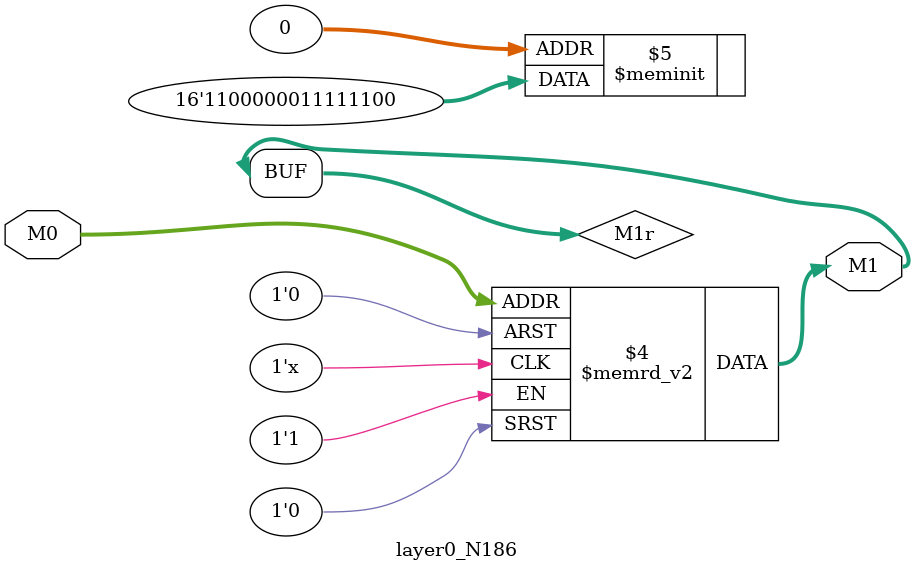
<source format=v>
module layer0_N186 ( input [2:0] M0, output [1:0] M1 );

	(*rom_style = "distributed" *) reg [1:0] M1r;
	assign M1 = M1r;
	always @ (M0) begin
		case (M0)
			3'b000: M1r = 2'b00;
			3'b100: M1r = 2'b00;
			3'b010: M1r = 2'b11;
			3'b110: M1r = 2'b00;
			3'b001: M1r = 2'b11;
			3'b101: M1r = 2'b00;
			3'b011: M1r = 2'b11;
			3'b111: M1r = 2'b11;

		endcase
	end
endmodule

</source>
